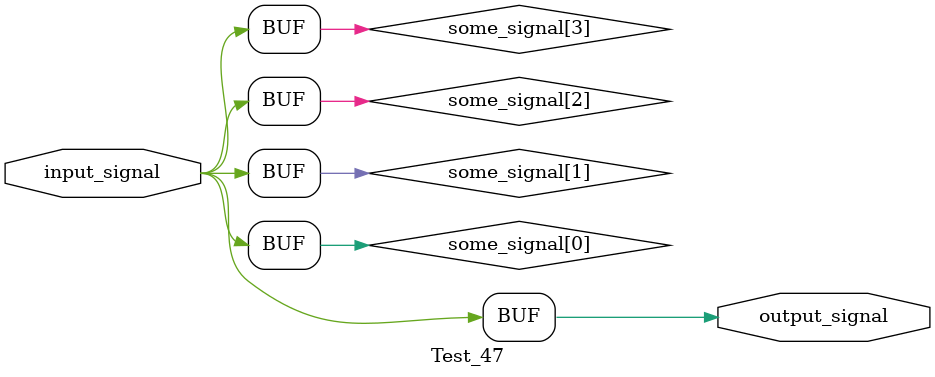
<source format=v>
module Test_47 (
    input input_signal,
    output output_signal
    );
   wire    some_signal[1:0][1:0];
   assign some_signal[0][0] = input_signal;
   assign some_signal[0][1] = some_signal[0][0];
   assign some_signal[1][0] = some_signal[0][1];
   assign some_signal[1][1] = some_signal[1][0];
   assign output_signal = some_signal[1][1];
endmodule
</source>
